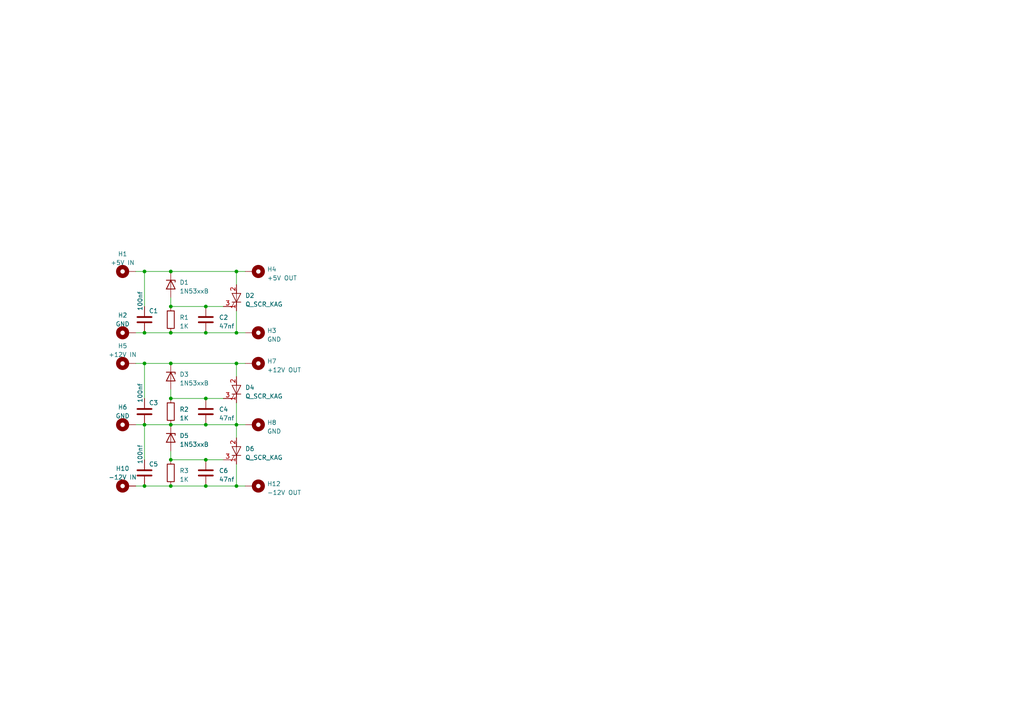
<source format=kicad_sch>
(kicad_sch (version 20230121) (generator eeschema)

  (uuid 1de3da11-a1e0-4227-9592-45d8154a4136)

  (paper "A4")

  (lib_symbols
    (symbol "Device:C" (pin_numbers hide) (pin_names (offset 0.254)) (in_bom yes) (on_board yes)
      (property "Reference" "C" (at 0.635 2.54 0)
        (effects (font (size 1.27 1.27)) (justify left))
      )
      (property "Value" "C" (at 0.635 -2.54 0)
        (effects (font (size 1.27 1.27)) (justify left))
      )
      (property "Footprint" "" (at 0.9652 -3.81 0)
        (effects (font (size 1.27 1.27)) hide)
      )
      (property "Datasheet" "~" (at 0 0 0)
        (effects (font (size 1.27 1.27)) hide)
      )
      (property "ki_keywords" "cap capacitor" (at 0 0 0)
        (effects (font (size 1.27 1.27)) hide)
      )
      (property "ki_description" "Unpolarized capacitor" (at 0 0 0)
        (effects (font (size 1.27 1.27)) hide)
      )
      (property "ki_fp_filters" "C_*" (at 0 0 0)
        (effects (font (size 1.27 1.27)) hide)
      )
      (symbol "C_0_1"
        (polyline
          (pts
            (xy -2.032 -0.762)
            (xy 2.032 -0.762)
          )
          (stroke (width 0.508) (type default))
          (fill (type none))
        )
        (polyline
          (pts
            (xy -2.032 0.762)
            (xy 2.032 0.762)
          )
          (stroke (width 0.508) (type default))
          (fill (type none))
        )
      )
      (symbol "C_1_1"
        (pin passive line (at 0 3.81 270) (length 2.794)
          (name "~" (effects (font (size 1.27 1.27))))
          (number "1" (effects (font (size 1.27 1.27))))
        )
        (pin passive line (at 0 -3.81 90) (length 2.794)
          (name "~" (effects (font (size 1.27 1.27))))
          (number "2" (effects (font (size 1.27 1.27))))
        )
      )
    )
    (symbol "Device:Q_SCR_KAG" (pin_names (offset 0) hide) (in_bom yes) (on_board yes)
      (property "Reference" "D" (at 1.905 0.635 0)
        (effects (font (size 1.27 1.27)) (justify left))
      )
      (property "Value" "Q_SCR_KAG" (at 1.905 -1.27 0)
        (effects (font (size 1.27 1.27)) (justify left))
      )
      (property "Footprint" "" (at 0 0 90)
        (effects (font (size 1.27 1.27)) hide)
      )
      (property "Datasheet" "~" (at 0 0 90)
        (effects (font (size 1.27 1.27)) hide)
      )
      (property "ki_keywords" "SCR thyristor" (at 0 0 0)
        (effects (font (size 1.27 1.27)) hide)
      )
      (property "ki_description" "Silicon controlled rectifier, cathode/anode/gate" (at 0 0 0)
        (effects (font (size 1.27 1.27)) hide)
      )
      (symbol "Q_SCR_KAG_0_1"
        (polyline
          (pts
            (xy -1.27 -2.54)
            (xy -0.635 -1.27)
          )
          (stroke (width 0) (type default))
          (fill (type none))
        )
        (polyline
          (pts
            (xy -1.27 -1.27)
            (xy 1.27 -1.27)
          )
          (stroke (width 0.2032) (type default))
          (fill (type none))
        )
        (polyline
          (pts
            (xy 0 -2.54)
            (xy 0 2.54)
          )
          (stroke (width 0) (type default))
          (fill (type none))
        )
        (polyline
          (pts
            (xy -1.27 1.27)
            (xy 1.27 1.27)
            (xy 0 -1.27)
            (xy -1.27 1.27)
          )
          (stroke (width 0.2032) (type default))
          (fill (type none))
        )
      )
      (symbol "Q_SCR_KAG_1_1"
        (pin passive line (at 0 -3.81 90) (length 2.54)
          (name "K" (effects (font (size 1.27 1.27))))
          (number "1" (effects (font (size 1.27 1.27))))
        )
        (pin passive line (at 0 3.81 270) (length 2.54)
          (name "A" (effects (font (size 1.27 1.27))))
          (number "2" (effects (font (size 1.27 1.27))))
        )
        (pin input line (at -3.81 -2.54 0) (length 2.54)
          (name "G" (effects (font (size 1.27 1.27))))
          (number "3" (effects (font (size 1.27 1.27))))
        )
      )
    )
    (symbol "Device:R" (pin_numbers hide) (pin_names (offset 0)) (in_bom yes) (on_board yes)
      (property "Reference" "R" (at 2.032 0 90)
        (effects (font (size 1.27 1.27)))
      )
      (property "Value" "R" (at 0 0 90)
        (effects (font (size 1.27 1.27)))
      )
      (property "Footprint" "" (at -1.778 0 90)
        (effects (font (size 1.27 1.27)) hide)
      )
      (property "Datasheet" "~" (at 0 0 0)
        (effects (font (size 1.27 1.27)) hide)
      )
      (property "ki_keywords" "R res resistor" (at 0 0 0)
        (effects (font (size 1.27 1.27)) hide)
      )
      (property "ki_description" "Resistor" (at 0 0 0)
        (effects (font (size 1.27 1.27)) hide)
      )
      (property "ki_fp_filters" "R_*" (at 0 0 0)
        (effects (font (size 1.27 1.27)) hide)
      )
      (symbol "R_0_1"
        (rectangle (start -1.016 -2.54) (end 1.016 2.54)
          (stroke (width 0.254) (type default))
          (fill (type none))
        )
      )
      (symbol "R_1_1"
        (pin passive line (at 0 3.81 270) (length 1.27)
          (name "~" (effects (font (size 1.27 1.27))))
          (number "1" (effects (font (size 1.27 1.27))))
        )
        (pin passive line (at 0 -3.81 90) (length 1.27)
          (name "~" (effects (font (size 1.27 1.27))))
          (number "2" (effects (font (size 1.27 1.27))))
        )
      )
    )
    (symbol "Diode:1N53xxB" (pin_numbers hide) (pin_names hide) (in_bom yes) (on_board yes)
      (property "Reference" "D" (at 0 2.54 0)
        (effects (font (size 1.27 1.27)))
      )
      (property "Value" "1N53xxB" (at 0 -2.54 0)
        (effects (font (size 1.27 1.27)))
      )
      (property "Footprint" "Diode_THT:D_DO-201_P15.24mm_Horizontal" (at 0 -4.445 0)
        (effects (font (size 1.27 1.27)) hide)
      )
      (property "Datasheet" "https://diotec.com/tl_files/diotec/files/pdf/datasheets/1n5345b.pdf" (at 0 0 0)
        (effects (font (size 1.27 1.27)) hide)
      )
      (property "ki_keywords" "zener diode" (at 0 0 0)
        (effects (font (size 1.27 1.27)) hide)
      )
      (property "ki_description" "5000mW Zener Diode, DO-201" (at 0 0 0)
        (effects (font (size 1.27 1.27)) hide)
      )
      (property "ki_fp_filters" "D*DO?201*" (at 0 0 0)
        (effects (font (size 1.27 1.27)) hide)
      )
      (symbol "1N53xxB_0_1"
        (polyline
          (pts
            (xy 1.27 0)
            (xy -1.27 0)
          )
          (stroke (width 0) (type default))
          (fill (type none))
        )
        (polyline
          (pts
            (xy -1.27 -1.27)
            (xy -1.27 1.27)
            (xy -0.762 1.27)
          )
          (stroke (width 0.254) (type default))
          (fill (type none))
        )
        (polyline
          (pts
            (xy 1.27 -1.27)
            (xy 1.27 1.27)
            (xy -1.27 0)
            (xy 1.27 -1.27)
          )
          (stroke (width 0.254) (type default))
          (fill (type none))
        )
      )
      (symbol "1N53xxB_1_1"
        (pin passive line (at -3.81 0 0) (length 2.54)
          (name "K" (effects (font (size 1.27 1.27))))
          (number "1" (effects (font (size 1.27 1.27))))
        )
        (pin passive line (at 3.81 0 180) (length 2.54)
          (name "A" (effects (font (size 1.27 1.27))))
          (number "2" (effects (font (size 1.27 1.27))))
        )
      )
    )
    (symbol "Mechanical:MountingHole_Pad" (pin_numbers hide) (pin_names (offset 1.016) hide) (in_bom yes) (on_board yes)
      (property "Reference" "H" (at 0 6.35 0)
        (effects (font (size 1.27 1.27)))
      )
      (property "Value" "MountingHole_Pad" (at 0 4.445 0)
        (effects (font (size 1.27 1.27)))
      )
      (property "Footprint" "" (at 0 0 0)
        (effects (font (size 1.27 1.27)) hide)
      )
      (property "Datasheet" "~" (at 0 0 0)
        (effects (font (size 1.27 1.27)) hide)
      )
      (property "ki_keywords" "mounting hole" (at 0 0 0)
        (effects (font (size 1.27 1.27)) hide)
      )
      (property "ki_description" "Mounting Hole with connection" (at 0 0 0)
        (effects (font (size 1.27 1.27)) hide)
      )
      (property "ki_fp_filters" "MountingHole*Pad*" (at 0 0 0)
        (effects (font (size 1.27 1.27)) hide)
      )
      (symbol "MountingHole_Pad_0_1"
        (circle (center 0 1.27) (radius 1.27)
          (stroke (width 1.27) (type default))
          (fill (type none))
        )
      )
      (symbol "MountingHole_Pad_1_1"
        (pin input line (at 0 -2.54 90) (length 2.54)
          (name "1" (effects (font (size 1.27 1.27))))
          (number "1" (effects (font (size 1.27 1.27))))
        )
      )
    )
  )

  (junction (at 49.53 123.19) (diameter 0) (color 0 0 0 0)
    (uuid 14a2fe16-ee79-46ac-8327-19eb03899a30)
  )
  (junction (at 59.69 140.97) (diameter 0) (color 0 0 0 0)
    (uuid 24e7dd04-386c-4be3-b331-602db9724a16)
  )
  (junction (at 59.69 123.19) (diameter 0) (color 0 0 0 0)
    (uuid 2f621769-49bd-4acd-a085-a7ebdafde5a3)
  )
  (junction (at 59.69 115.57) (diameter 0) (color 0 0 0 0)
    (uuid 352d07ff-334a-45cd-838b-d1ceaaca5115)
  )
  (junction (at 49.53 140.97) (diameter 0) (color 0 0 0 0)
    (uuid 42e53115-2fb7-4d58-8698-bcaa2c7bd393)
  )
  (junction (at 68.58 140.97) (diameter 0) (color 0 0 0 0)
    (uuid 54876622-0c5d-4a4c-ae2b-a9b75da41b73)
  )
  (junction (at 41.91 96.52) (diameter 0) (color 0 0 0 0)
    (uuid 5d9ab08f-f4af-4446-a8ad-ee2f88646373)
  )
  (junction (at 49.53 78.74) (diameter 0) (color 0 0 0 0)
    (uuid 64a53406-cdac-4ac0-8312-b40b746cadae)
  )
  (junction (at 41.91 105.41) (diameter 0) (color 0 0 0 0)
    (uuid 6857ac55-b8f1-4878-b2d7-c349865c113a)
  )
  (junction (at 49.53 133.35) (diameter 0) (color 0 0 0 0)
    (uuid 6934d1f3-8677-4f4e-8086-e5f5c30f5a12)
  )
  (junction (at 59.69 88.9) (diameter 0) (color 0 0 0 0)
    (uuid 7237054d-3257-4475-8eca-1ec0540ff3bf)
  )
  (junction (at 59.69 133.35) (diameter 0) (color 0 0 0 0)
    (uuid 7a9c1088-41f4-452d-9082-b5f2a371fcd8)
  )
  (junction (at 68.58 96.52) (diameter 0) (color 0 0 0 0)
    (uuid 81d2c5eb-777a-4c27-a29f-ca1f33357116)
  )
  (junction (at 41.91 78.74) (diameter 0) (color 0 0 0 0)
    (uuid 86ec94ca-34de-42ea-878b-7c04b58d6192)
  )
  (junction (at 49.53 105.41) (diameter 0) (color 0 0 0 0)
    (uuid 91a25209-f39f-4f8a-b58a-4438d9ff3049)
  )
  (junction (at 68.58 123.19) (diameter 0) (color 0 0 0 0)
    (uuid 9f03109c-c1d9-43c2-bd4d-cc0abc37b593)
  )
  (junction (at 49.53 115.57) (diameter 0) (color 0 0 0 0)
    (uuid b176b541-0ae4-403f-9726-75825bf0a72e)
  )
  (junction (at 59.69 96.52) (diameter 0) (color 0 0 0 0)
    (uuid b4f2f145-64b4-45cc-84c1-0b1ec110ffa5)
  )
  (junction (at 68.58 105.41) (diameter 0) (color 0 0 0 0)
    (uuid c18c5c16-b07f-4d2e-a564-29f2dec5af28)
  )
  (junction (at 41.91 140.97) (diameter 0) (color 0 0 0 0)
    (uuid c30a06d0-9362-43bc-8927-b36e07ca28ee)
  )
  (junction (at 68.58 78.74) (diameter 0) (color 0 0 0 0)
    (uuid d2426bbd-3c11-462e-b666-8fcd6c9c9cc2)
  )
  (junction (at 49.53 96.52) (diameter 0) (color 0 0 0 0)
    (uuid d4461230-569e-433d-8d8d-b0091ee00772)
  )
  (junction (at 41.91 123.19) (diameter 0) (color 0 0 0 0)
    (uuid e2dba6cb-64a4-49e0-8690-230cf4f1a999)
  )
  (junction (at 49.53 88.9) (diameter 0) (color 0 0 0 0)
    (uuid eb144dfe-112e-4847-9318-1a7064e7c1d7)
  )

  (wire (pts (xy 39.37 123.19) (xy 41.91 123.19))
    (stroke (width 0) (type default))
    (uuid 025a11b7-e93e-4b85-b8f7-ec2b80cfe1cf)
  )
  (wire (pts (xy 49.53 88.9) (xy 59.69 88.9))
    (stroke (width 0) (type default))
    (uuid 08aa4adb-22ca-4e4f-bb54-0624de7e6d9c)
  )
  (wire (pts (xy 49.53 133.35) (xy 59.69 133.35))
    (stroke (width 0) (type default))
    (uuid 0c22b545-2b3b-47c5-949b-457f2b8063d0)
  )
  (wire (pts (xy 59.69 115.57) (xy 64.77 115.57))
    (stroke (width 0) (type default))
    (uuid 0e7068d7-a20e-4dcc-be34-727b9f6bc417)
  )
  (wire (pts (xy 68.58 96.52) (xy 71.12 96.52))
    (stroke (width 0) (type default))
    (uuid 108889f1-738f-401d-9361-60440efceb19)
  )
  (wire (pts (xy 49.53 96.52) (xy 59.69 96.52))
    (stroke (width 0) (type default))
    (uuid 132aadee-5dca-4bf8-a704-78befd89c4e9)
  )
  (wire (pts (xy 68.58 96.52) (xy 59.69 96.52))
    (stroke (width 0) (type default))
    (uuid 1a292cf6-99e6-4688-9518-93bb311bfd22)
  )
  (wire (pts (xy 68.58 90.17) (xy 68.58 96.52))
    (stroke (width 0) (type default))
    (uuid 1b9bd1a1-d2ac-43d1-9cbf-5ca5bf3f496d)
  )
  (wire (pts (xy 39.37 96.52) (xy 41.91 96.52))
    (stroke (width 0) (type default))
    (uuid 1f285960-ed80-4c4b-ab30-d9e53bd0b9ae)
  )
  (wire (pts (xy 49.53 105.41) (xy 68.58 105.41))
    (stroke (width 0) (type default))
    (uuid 23b492db-3731-4ae6-863a-6c028e48ba8d)
  )
  (wire (pts (xy 68.58 123.19) (xy 59.69 123.19))
    (stroke (width 0) (type default))
    (uuid 248a78e9-843b-46ce-94c0-cfc3720f0d0d)
  )
  (wire (pts (xy 41.91 96.52) (xy 49.53 96.52))
    (stroke (width 0) (type default))
    (uuid 2b7e3d57-69f0-43e0-ad0f-6aabd02e2693)
  )
  (wire (pts (xy 49.53 123.19) (xy 59.69 123.19))
    (stroke (width 0) (type default))
    (uuid 344397bc-eada-4387-a9c7-969c590a6d24)
  )
  (wire (pts (xy 41.91 78.74) (xy 39.37 78.74))
    (stroke (width 0) (type default))
    (uuid 35ea93e5-b75d-42dc-9454-ac543f889532)
  )
  (wire (pts (xy 68.58 105.41) (xy 71.12 105.41))
    (stroke (width 0) (type default))
    (uuid 3c582638-b43f-44f3-8d5b-2fd48f1f16c0)
  )
  (wire (pts (xy 68.58 116.84) (xy 68.58 123.19))
    (stroke (width 0) (type default))
    (uuid 43ecb3fa-8430-4d1c-bdab-a224066ad1b6)
  )
  (wire (pts (xy 49.53 86.36) (xy 49.53 88.9))
    (stroke (width 0) (type default))
    (uuid 47c9f8ee-3c16-48ad-a2f5-f902b6858f8d)
  )
  (wire (pts (xy 41.91 123.19) (xy 49.53 123.19))
    (stroke (width 0) (type default))
    (uuid 4f103a24-7b93-4adf-b1a4-4e6d6412ca2c)
  )
  (wire (pts (xy 41.91 78.74) (xy 49.53 78.74))
    (stroke (width 0) (type default))
    (uuid 5f79cbb0-306b-4407-ab36-8e3e3ab4bea7)
  )
  (wire (pts (xy 41.91 140.97) (xy 49.53 140.97))
    (stroke (width 0) (type default))
    (uuid 6a307996-f89b-4aee-9437-f451ac5d122d)
  )
  (wire (pts (xy 68.58 134.62) (xy 68.58 140.97))
    (stroke (width 0) (type default))
    (uuid 705b1e46-8ae3-4f0c-81ee-4e1a7963d25e)
  )
  (wire (pts (xy 68.58 78.74) (xy 71.12 78.74))
    (stroke (width 0) (type default))
    (uuid 725a79f0-1af6-4f72-a00a-4f060c481eed)
  )
  (wire (pts (xy 59.69 88.9) (xy 64.77 88.9))
    (stroke (width 0) (type default))
    (uuid 78f9f8a8-bcb7-4593-a79f-50797ed35179)
  )
  (wire (pts (xy 49.53 140.97) (xy 59.69 140.97))
    (stroke (width 0) (type default))
    (uuid 79242a89-ab48-4282-ab01-80591824156a)
  )
  (wire (pts (xy 41.91 123.19) (xy 41.91 133.35))
    (stroke (width 0) (type default))
    (uuid 8a1390ae-e673-4304-a37f-83b195e741ac)
  )
  (wire (pts (xy 49.53 78.74) (xy 68.58 78.74))
    (stroke (width 0) (type default))
    (uuid 91daa0e4-0393-4b56-9666-2990e192eda3)
  )
  (wire (pts (xy 68.58 127) (xy 68.58 123.19))
    (stroke (width 0) (type default))
    (uuid 944193b7-6c6d-469f-ba8c-dc828e64a790)
  )
  (wire (pts (xy 68.58 123.19) (xy 71.12 123.19))
    (stroke (width 0) (type default))
    (uuid 9f5f2e7e-a313-4091-ae44-8e63dccaf2f5)
  )
  (wire (pts (xy 41.91 78.74) (xy 41.91 88.9))
    (stroke (width 0) (type default))
    (uuid a76accb1-fe0c-486c-82f8-e606ae1f8e0e)
  )
  (wire (pts (xy 49.53 115.57) (xy 59.69 115.57))
    (stroke (width 0) (type default))
    (uuid babce328-4d2c-43b8-bec0-7ca7b1436c87)
  )
  (wire (pts (xy 39.37 140.97) (xy 41.91 140.97))
    (stroke (width 0) (type default))
    (uuid bd5eac64-f272-4551-9abe-b2772f2eb753)
  )
  (wire (pts (xy 41.91 105.41) (xy 49.53 105.41))
    (stroke (width 0) (type default))
    (uuid c04709da-6a77-4e30-82a0-2aecb5e152ff)
  )
  (wire (pts (xy 41.91 105.41) (xy 41.91 115.57))
    (stroke (width 0) (type default))
    (uuid c3a7c923-f2ee-4299-8b3d-3f521e076740)
  )
  (wire (pts (xy 68.58 109.22) (xy 68.58 105.41))
    (stroke (width 0) (type default))
    (uuid c611a84a-8ea3-4572-b118-2f5b02a930c5)
  )
  (wire (pts (xy 68.58 140.97) (xy 59.69 140.97))
    (stroke (width 0) (type default))
    (uuid ca681f23-6bc3-4705-84a0-56e9aec07310)
  )
  (wire (pts (xy 49.53 113.03) (xy 49.53 115.57))
    (stroke (width 0) (type default))
    (uuid d5294dae-2e95-410b-ad3a-ffcfb22fb4a9)
  )
  (wire (pts (xy 49.53 130.81) (xy 49.53 133.35))
    (stroke (width 0) (type default))
    (uuid d9d8d2d5-3a45-49e5-b27d-803d48c88e8c)
  )
  (wire (pts (xy 68.58 82.55) (xy 68.58 78.74))
    (stroke (width 0) (type default))
    (uuid dba8cde7-f0a6-4a7b-be8b-f7d438c07b11)
  )
  (wire (pts (xy 59.69 133.35) (xy 64.77 133.35))
    (stroke (width 0) (type default))
    (uuid e9055b28-a705-483c-88cd-4c213aed52f6)
  )
  (wire (pts (xy 41.91 105.41) (xy 39.37 105.41))
    (stroke (width 0) (type default))
    (uuid f7584033-19e2-40fa-be72-f511246ecf3c)
  )
  (wire (pts (xy 68.58 140.97) (xy 71.12 140.97))
    (stroke (width 0) (type default))
    (uuid f84e9f40-d5b8-48b1-9cae-121cde9975f6)
  )

  (symbol (lib_id "Mechanical:MountingHole_Pad") (at 36.83 123.19 90) (unit 1)
    (in_bom yes) (on_board yes) (dnp no) (fields_autoplaced)
    (uuid 03756d49-4d05-45f5-a4d4-594c1aebdcd0)
    (property "Reference" "H6" (at 35.56 118.11 90)
      (effects (font (size 1.27 1.27)))
    )
    (property "Value" "GND" (at 35.56 120.65 90)
      (effects (font (size 1.27 1.27)))
    )
    (property "Footprint" "Connector_PinHeader_2.54mm:PinHeader_1x01_P2.54mm_Vertical" (at 36.83 123.19 0)
      (effects (font (size 1.27 1.27)) hide)
    )
    (property "Datasheet" "~" (at 36.83 123.19 0)
      (effects (font (size 1.27 1.27)) hide)
    )
    (pin "1" (uuid 89208e55-9bb0-424d-9cca-9707acca9b13))
    (instances
      (project "Crowbar"
        (path "/1de3da11-a1e0-4227-9592-45d8154a4136"
          (reference "H6") (unit 1)
        )
      )
    )
  )

  (symbol (lib_id "Diode:1N53xxB") (at 49.53 127 270) (unit 1)
    (in_bom yes) (on_board yes) (dnp no) (fields_autoplaced)
    (uuid 0aafcfe6-fd83-44a6-b244-a11e7b719b7f)
    (property "Reference" "D5" (at 52.07 126.365 90)
      (effects (font (size 1.27 1.27)) (justify left))
    )
    (property "Value" "1N53xxB" (at 52.07 128.905 90)
      (effects (font (size 1.27 1.27)) (justify left))
    )
    (property "Footprint" "Diode_THT:D_DO-201_P15.24mm_Horizontal" (at 45.085 127 0)
      (effects (font (size 1.27 1.27)) hide)
    )
    (property "Datasheet" "https://diotec.com/tl_files/diotec/files/pdf/datasheets/1n5345b.pdf" (at 49.53 127 0)
      (effects (font (size 1.27 1.27)) hide)
    )
    (pin "1" (uuid c35d97cb-4a1e-4999-b070-01409a7e297e))
    (pin "2" (uuid bbf49a7e-4b29-4909-8774-e0d25b6e2c47))
    (instances
      (project "Crowbar"
        (path "/1de3da11-a1e0-4227-9592-45d8154a4136"
          (reference "D5") (unit 1)
        )
      )
    )
  )

  (symbol (lib_id "Device:Q_SCR_KAG") (at 68.58 130.81 0) (unit 1)
    (in_bom yes) (on_board yes) (dnp no) (fields_autoplaced)
    (uuid 1903a556-aed9-4599-9388-bed113c5015c)
    (property "Reference" "D6" (at 71.12 130.175 0)
      (effects (font (size 1.27 1.27)) (justify left))
    )
    (property "Value" "Q_SCR_KAG" (at 71.12 132.715 0)
      (effects (font (size 1.27 1.27)) (justify left))
    )
    (property "Footprint" "Package_TO_SOT_THT:TO-220-3_Horizontal_TabDown" (at 68.58 130.81 90)
      (effects (font (size 1.27 1.27)) hide)
    )
    (property "Datasheet" "~" (at 68.58 130.81 90)
      (effects (font (size 1.27 1.27)) hide)
    )
    (pin "1" (uuid 8eba720b-7448-4caf-9857-c552f17213cc))
    (pin "2" (uuid fff5566c-d4e8-43ec-a939-1589f92a64e9))
    (pin "3" (uuid de430f6f-1377-4c64-abf7-20008d1e4b65))
    (instances
      (project "Crowbar"
        (path "/1de3da11-a1e0-4227-9592-45d8154a4136"
          (reference "D6") (unit 1)
        )
      )
    )
  )

  (symbol (lib_id "Mechanical:MountingHole_Pad") (at 73.66 140.97 270) (unit 1)
    (in_bom yes) (on_board yes) (dnp no) (fields_autoplaced)
    (uuid 222f49e9-9003-4229-b409-359a5aa60682)
    (property "Reference" "H12" (at 77.47 140.335 90)
      (effects (font (size 1.27 1.27)) (justify left))
    )
    (property "Value" "-12V OUT" (at 77.47 142.875 90)
      (effects (font (size 1.27 1.27)) (justify left))
    )
    (property "Footprint" "Connector_PinHeader_2.54mm:PinHeader_1x01_P2.54mm_Vertical" (at 73.66 140.97 0)
      (effects (font (size 1.27 1.27)) hide)
    )
    (property "Datasheet" "~" (at 73.66 140.97 0)
      (effects (font (size 1.27 1.27)) hide)
    )
    (pin "1" (uuid e417c7c2-909e-4a40-8c11-584a9ba2e955))
    (instances
      (project "Crowbar"
        (path "/1de3da11-a1e0-4227-9592-45d8154a4136"
          (reference "H12") (unit 1)
        )
      )
    )
  )

  (symbol (lib_id "Device:C") (at 41.91 92.71 0) (unit 1)
    (in_bom yes) (on_board yes) (dnp no)
    (uuid 27877743-5a69-420c-a77b-c2c3496a051e)
    (property "Reference" "C1" (at 43.18 90.17 0)
      (effects (font (size 1.27 1.27)) (justify left))
    )
    (property "Value" "100nf" (at 40.64 90.17 90)
      (effects (font (size 1.27 1.27)) (justify left))
    )
    (property "Footprint" "Capacitor_THT:C_Axial_L5.1mm_D3.1mm_P7.50mm_Horizontal" (at 42.8752 96.52 0)
      (effects (font (size 1.27 1.27)) hide)
    )
    (property "Datasheet" "~" (at 41.91 92.71 0)
      (effects (font (size 1.27 1.27)) hide)
    )
    (pin "1" (uuid 57c0e091-f776-4f33-b45b-91480aece0b8))
    (pin "2" (uuid 43a8a48d-c1d2-4651-a7b9-db43e90a7fb6))
    (instances
      (project "Crowbar"
        (path "/1de3da11-a1e0-4227-9592-45d8154a4136"
          (reference "C1") (unit 1)
        )
      )
    )
  )

  (symbol (lib_id "Device:R") (at 49.53 92.71 0) (unit 1)
    (in_bom yes) (on_board yes) (dnp no) (fields_autoplaced)
    (uuid 40cb9485-7cda-46d6-9c79-f27eb56a2e21)
    (property "Reference" "R1" (at 52.07 92.075 0)
      (effects (font (size 1.27 1.27)) (justify left))
    )
    (property "Value" "1K" (at 52.07 94.615 0)
      (effects (font (size 1.27 1.27)) (justify left))
    )
    (property "Footprint" "Resistor_THT:R_Axial_DIN0207_L6.3mm_D2.5mm_P5.08mm_Vertical" (at 47.752 92.71 90)
      (effects (font (size 1.27 1.27)) hide)
    )
    (property "Datasheet" "~" (at 49.53 92.71 0)
      (effects (font (size 1.27 1.27)) hide)
    )
    (pin "1" (uuid 32259ab7-3871-48c5-8c6f-364565207c41))
    (pin "2" (uuid 8b87a370-ed32-4618-be4f-f118484a0e2c))
    (instances
      (project "Crowbar"
        (path "/1de3da11-a1e0-4227-9592-45d8154a4136"
          (reference "R1") (unit 1)
        )
      )
    )
  )

  (symbol (lib_id "Device:C") (at 59.69 119.38 0) (unit 1)
    (in_bom yes) (on_board yes) (dnp no) (fields_autoplaced)
    (uuid 51b67e4f-5f50-4165-bbc1-0e9a21fd126a)
    (property "Reference" "C4" (at 63.5 118.745 0)
      (effects (font (size 1.27 1.27)) (justify left))
    )
    (property "Value" "47nf" (at 63.5 121.285 0)
      (effects (font (size 1.27 1.27)) (justify left))
    )
    (property "Footprint" "Capacitor_THT:C_Axial_L3.8mm_D2.6mm_P7.50mm_Horizontal" (at 60.6552 123.19 0)
      (effects (font (size 1.27 1.27)) hide)
    )
    (property "Datasheet" "~" (at 59.69 119.38 0)
      (effects (font (size 1.27 1.27)) hide)
    )
    (pin "1" (uuid 1cf643a2-c026-4fc6-a281-b1439e365ba7))
    (pin "2" (uuid 7601318b-966d-4698-8a09-d04d8a7ce114))
    (instances
      (project "Crowbar"
        (path "/1de3da11-a1e0-4227-9592-45d8154a4136"
          (reference "C4") (unit 1)
        )
      )
    )
  )

  (symbol (lib_id "Mechanical:MountingHole_Pad") (at 36.83 105.41 90) (unit 1)
    (in_bom yes) (on_board yes) (dnp no) (fields_autoplaced)
    (uuid 53cc6968-9b03-4ac6-bab6-c20521922fbb)
    (property "Reference" "H5" (at 35.56 100.33 90)
      (effects (font (size 1.27 1.27)))
    )
    (property "Value" "+12V IN" (at 35.56 102.87 90)
      (effects (font (size 1.27 1.27)))
    )
    (property "Footprint" "Connector_PinHeader_2.54mm:PinHeader_1x01_P2.54mm_Vertical" (at 36.83 105.41 0)
      (effects (font (size 1.27 1.27)) hide)
    )
    (property "Datasheet" "~" (at 36.83 105.41 0)
      (effects (font (size 1.27 1.27)) hide)
    )
    (pin "1" (uuid a3a044e4-d7f4-4592-9242-7e652b941bb0))
    (instances
      (project "Crowbar"
        (path "/1de3da11-a1e0-4227-9592-45d8154a4136"
          (reference "H5") (unit 1)
        )
      )
    )
  )

  (symbol (lib_id "Device:Q_SCR_KAG") (at 68.58 86.36 0) (unit 1)
    (in_bom yes) (on_board yes) (dnp no) (fields_autoplaced)
    (uuid 5a23c2e9-869a-4e72-9da9-177688e16ba5)
    (property "Reference" "D2" (at 71.12 85.725 0)
      (effects (font (size 1.27 1.27)) (justify left))
    )
    (property "Value" "Q_SCR_KAG" (at 71.12 88.265 0)
      (effects (font (size 1.27 1.27)) (justify left))
    )
    (property "Footprint" "Package_TO_SOT_THT:TO-220-3_Horizontal_TabDown" (at 68.58 86.36 90)
      (effects (font (size 1.27 1.27)) hide)
    )
    (property "Datasheet" "~" (at 68.58 86.36 90)
      (effects (font (size 1.27 1.27)) hide)
    )
    (pin "1" (uuid bcdf0fc2-68fa-48f8-8cbc-2ea0412dd66d))
    (pin "2" (uuid b2b6cd1c-90cf-44dd-9ae7-f1c79d087b90))
    (pin "3" (uuid b37e9340-ac6f-4e3c-bdd9-79c513993ce8))
    (instances
      (project "Crowbar"
        (path "/1de3da11-a1e0-4227-9592-45d8154a4136"
          (reference "D2") (unit 1)
        )
      )
    )
  )

  (symbol (lib_id "Mechanical:MountingHole_Pad") (at 73.66 96.52 270) (unit 1)
    (in_bom yes) (on_board yes) (dnp no) (fields_autoplaced)
    (uuid 5f2ca398-956a-45dd-b1b2-8f6b97df28a6)
    (property "Reference" "H3" (at 77.47 95.885 90)
      (effects (font (size 1.27 1.27)) (justify left))
    )
    (property "Value" "GND" (at 77.47 98.425 90)
      (effects (font (size 1.27 1.27)) (justify left))
    )
    (property "Footprint" "Connector_PinHeader_2.54mm:PinHeader_1x01_P2.54mm_Vertical" (at 73.66 96.52 0)
      (effects (font (size 1.27 1.27)) hide)
    )
    (property "Datasheet" "~" (at 73.66 96.52 0)
      (effects (font (size 1.27 1.27)) hide)
    )
    (pin "1" (uuid c3e8f67e-65ef-4be0-a6ed-ff470220037c))
    (instances
      (project "Crowbar"
        (path "/1de3da11-a1e0-4227-9592-45d8154a4136"
          (reference "H3") (unit 1)
        )
      )
    )
  )

  (symbol (lib_id "Mechanical:MountingHole_Pad") (at 73.66 78.74 270) (unit 1)
    (in_bom yes) (on_board yes) (dnp no) (fields_autoplaced)
    (uuid 5fb16ca5-8980-41b0-b11c-7d3449526e58)
    (property "Reference" "H4" (at 77.47 78.105 90)
      (effects (font (size 1.27 1.27)) (justify left))
    )
    (property "Value" "+5V OUT" (at 77.47 80.645 90)
      (effects (font (size 1.27 1.27)) (justify left))
    )
    (property "Footprint" "Connector_PinHeader_2.54mm:PinHeader_1x01_P2.54mm_Vertical" (at 73.66 78.74 0)
      (effects (font (size 1.27 1.27)) hide)
    )
    (property "Datasheet" "~" (at 73.66 78.74 0)
      (effects (font (size 1.27 1.27)) hide)
    )
    (pin "1" (uuid 22985904-434c-4af3-9509-7f2d8b95896c))
    (instances
      (project "Crowbar"
        (path "/1de3da11-a1e0-4227-9592-45d8154a4136"
          (reference "H4") (unit 1)
        )
      )
    )
  )

  (symbol (lib_id "Diode:1N53xxB") (at 49.53 109.22 270) (unit 1)
    (in_bom yes) (on_board yes) (dnp no) (fields_autoplaced)
    (uuid 64498e7c-446c-4b41-9ed3-139c578273cf)
    (property "Reference" "D3" (at 52.07 108.585 90)
      (effects (font (size 1.27 1.27)) (justify left))
    )
    (property "Value" "1N53xxB" (at 52.07 111.125 90)
      (effects (font (size 1.27 1.27)) (justify left))
    )
    (property "Footprint" "Diode_THT:D_DO-201_P15.24mm_Horizontal" (at 45.085 109.22 0)
      (effects (font (size 1.27 1.27)) hide)
    )
    (property "Datasheet" "https://diotec.com/tl_files/diotec/files/pdf/datasheets/1n5345b.pdf" (at 49.53 109.22 0)
      (effects (font (size 1.27 1.27)) hide)
    )
    (pin "1" (uuid 639619db-eddd-4e28-a3d8-fa37203510b7))
    (pin "2" (uuid 21a39cfb-155b-4d46-9c74-d1973e67c08f))
    (instances
      (project "Crowbar"
        (path "/1de3da11-a1e0-4227-9592-45d8154a4136"
          (reference "D3") (unit 1)
        )
      )
    )
  )

  (symbol (lib_id "Mechanical:MountingHole_Pad") (at 36.83 78.74 90) (unit 1)
    (in_bom yes) (on_board yes) (dnp no) (fields_autoplaced)
    (uuid 719b8f69-8f10-4188-8ca4-63cdd01a075f)
    (property "Reference" "H1" (at 35.56 73.66 90)
      (effects (font (size 1.27 1.27)))
    )
    (property "Value" "+5V IN" (at 35.56 76.2 90)
      (effects (font (size 1.27 1.27)))
    )
    (property "Footprint" "Connector_PinHeader_2.54mm:PinHeader_1x01_P2.54mm_Vertical" (at 36.83 78.74 0)
      (effects (font (size 1.27 1.27)) hide)
    )
    (property "Datasheet" "~" (at 36.83 78.74 0)
      (effects (font (size 1.27 1.27)) hide)
    )
    (pin "1" (uuid b2e2573e-bb78-482b-a42f-9d2abdd7fe91))
    (instances
      (project "Crowbar"
        (path "/1de3da11-a1e0-4227-9592-45d8154a4136"
          (reference "H1") (unit 1)
        )
      )
    )
  )

  (symbol (lib_id "Device:Q_SCR_KAG") (at 68.58 113.03 0) (unit 1)
    (in_bom yes) (on_board yes) (dnp no) (fields_autoplaced)
    (uuid 76b53184-b4fa-41cd-9a5b-92f12d0d53e7)
    (property "Reference" "D4" (at 71.12 112.395 0)
      (effects (font (size 1.27 1.27)) (justify left))
    )
    (property "Value" "Q_SCR_KAG" (at 71.12 114.935 0)
      (effects (font (size 1.27 1.27)) (justify left))
    )
    (property "Footprint" "Package_TO_SOT_THT:TO-220-3_Horizontal_TabDown" (at 68.58 113.03 90)
      (effects (font (size 1.27 1.27)) hide)
    )
    (property "Datasheet" "~" (at 68.58 113.03 90)
      (effects (font (size 1.27 1.27)) hide)
    )
    (pin "1" (uuid 57c8d622-c677-457b-8687-0c67408f741f))
    (pin "2" (uuid 524c5931-6413-428b-b1dc-ab5a1070bc3f))
    (pin "3" (uuid 5fac805a-186a-4f0e-ba9d-f22638f44aa2))
    (instances
      (project "Crowbar"
        (path "/1de3da11-a1e0-4227-9592-45d8154a4136"
          (reference "D4") (unit 1)
        )
      )
    )
  )

  (symbol (lib_id "Device:R") (at 49.53 137.16 0) (unit 1)
    (in_bom yes) (on_board yes) (dnp no) (fields_autoplaced)
    (uuid 7a5a2c61-8b7f-4352-a85b-e971a65b860c)
    (property "Reference" "R3" (at 52.07 136.525 0)
      (effects (font (size 1.27 1.27)) (justify left))
    )
    (property "Value" "1K" (at 52.07 139.065 0)
      (effects (font (size 1.27 1.27)) (justify left))
    )
    (property "Footprint" "Resistor_THT:R_Axial_DIN0207_L6.3mm_D2.5mm_P5.08mm_Vertical" (at 47.752 137.16 90)
      (effects (font (size 1.27 1.27)) hide)
    )
    (property "Datasheet" "~" (at 49.53 137.16 0)
      (effects (font (size 1.27 1.27)) hide)
    )
    (pin "1" (uuid 1680632c-6967-4ac3-9d1d-e8e3d0eb6cd3))
    (pin "2" (uuid 45ce432d-e1e5-42a8-8897-196f75f0dd65))
    (instances
      (project "Crowbar"
        (path "/1de3da11-a1e0-4227-9592-45d8154a4136"
          (reference "R3") (unit 1)
        )
      )
    )
  )

  (symbol (lib_id "Device:C") (at 41.91 119.38 0) (unit 1)
    (in_bom yes) (on_board yes) (dnp no)
    (uuid 7bf7d157-408f-4056-a69d-6fc001c8a2b6)
    (property "Reference" "C3" (at 43.18 116.84 0)
      (effects (font (size 1.27 1.27)) (justify left))
    )
    (property "Value" "100nf" (at 40.64 116.84 90)
      (effects (font (size 1.27 1.27)) (justify left))
    )
    (property "Footprint" "Capacitor_THT:C_Axial_L5.1mm_D3.1mm_P7.50mm_Horizontal" (at 42.8752 123.19 0)
      (effects (font (size 1.27 1.27)) hide)
    )
    (property "Datasheet" "~" (at 41.91 119.38 0)
      (effects (font (size 1.27 1.27)) hide)
    )
    (pin "1" (uuid ecb701f4-59da-422a-b845-0556b1e4df8a))
    (pin "2" (uuid 4bf37356-0e6c-4e6b-a1da-e5ceae3816e5))
    (instances
      (project "Crowbar"
        (path "/1de3da11-a1e0-4227-9592-45d8154a4136"
          (reference "C3") (unit 1)
        )
      )
    )
  )

  (symbol (lib_id "Mechanical:MountingHole_Pad") (at 73.66 105.41 270) (unit 1)
    (in_bom yes) (on_board yes) (dnp no) (fields_autoplaced)
    (uuid 84eaf0fd-375b-40e3-a64b-4230b8629c5f)
    (property "Reference" "H7" (at 77.47 104.775 90)
      (effects (font (size 1.27 1.27)) (justify left))
    )
    (property "Value" "+12V OUT" (at 77.47 107.315 90)
      (effects (font (size 1.27 1.27)) (justify left))
    )
    (property "Footprint" "Connector_PinHeader_2.54mm:PinHeader_1x01_P2.54mm_Vertical" (at 73.66 105.41 0)
      (effects (font (size 1.27 1.27)) hide)
    )
    (property "Datasheet" "~" (at 73.66 105.41 0)
      (effects (font (size 1.27 1.27)) hide)
    )
    (pin "1" (uuid 8f3e5847-a257-4236-b9ef-bcfded7af730))
    (instances
      (project "Crowbar"
        (path "/1de3da11-a1e0-4227-9592-45d8154a4136"
          (reference "H7") (unit 1)
        )
      )
    )
  )

  (symbol (lib_id "Device:C") (at 59.69 137.16 0) (unit 1)
    (in_bom yes) (on_board yes) (dnp no) (fields_autoplaced)
    (uuid 87a3af59-993b-45a9-9b7e-b7250391ce3a)
    (property "Reference" "C6" (at 63.5 136.525 0)
      (effects (font (size 1.27 1.27)) (justify left))
    )
    (property "Value" "47nf" (at 63.5 139.065 0)
      (effects (font (size 1.27 1.27)) (justify left))
    )
    (property "Footprint" "Capacitor_THT:C_Axial_L3.8mm_D2.6mm_P7.50mm_Horizontal" (at 60.6552 140.97 0)
      (effects (font (size 1.27 1.27)) hide)
    )
    (property "Datasheet" "~" (at 59.69 137.16 0)
      (effects (font (size 1.27 1.27)) hide)
    )
    (pin "1" (uuid c6c66911-e542-40c1-aaeb-a2c38c964a96))
    (pin "2" (uuid 5331eb9b-012c-489c-b901-9c7cffbd742f))
    (instances
      (project "Crowbar"
        (path "/1de3da11-a1e0-4227-9592-45d8154a4136"
          (reference "C6") (unit 1)
        )
      )
    )
  )

  (symbol (lib_id "Device:C") (at 41.91 137.16 0) (unit 1)
    (in_bom yes) (on_board yes) (dnp no)
    (uuid 92a2bb6a-15f8-41a3-b642-d248b7cb1ae4)
    (property "Reference" "C5" (at 43.18 134.62 0)
      (effects (font (size 1.27 1.27)) (justify left))
    )
    (property "Value" "100nf" (at 40.64 134.62 90)
      (effects (font (size 1.27 1.27)) (justify left))
    )
    (property "Footprint" "Capacitor_THT:C_Axial_L5.1mm_D3.1mm_P7.50mm_Horizontal" (at 42.8752 140.97 0)
      (effects (font (size 1.27 1.27)) hide)
    )
    (property "Datasheet" "~" (at 41.91 137.16 0)
      (effects (font (size 1.27 1.27)) hide)
    )
    (pin "1" (uuid b2e40026-3ab3-408d-b851-abf3e35b4a58))
    (pin "2" (uuid 7f62b672-260e-48ca-92c1-bed8891f1119))
    (instances
      (project "Crowbar"
        (path "/1de3da11-a1e0-4227-9592-45d8154a4136"
          (reference "C5") (unit 1)
        )
      )
    )
  )

  (symbol (lib_id "Mechanical:MountingHole_Pad") (at 36.83 96.52 90) (unit 1)
    (in_bom yes) (on_board yes) (dnp no) (fields_autoplaced)
    (uuid 96d2c632-e4ad-418a-9266-7d537d09dc8b)
    (property "Reference" "H2" (at 35.56 91.44 90)
      (effects (font (size 1.27 1.27)))
    )
    (property "Value" "GND" (at 35.56 93.98 90)
      (effects (font (size 1.27 1.27)))
    )
    (property "Footprint" "Connector_PinHeader_2.54mm:PinHeader_1x01_P2.54mm_Vertical" (at 36.83 96.52 0)
      (effects (font (size 1.27 1.27)) hide)
    )
    (property "Datasheet" "~" (at 36.83 96.52 0)
      (effects (font (size 1.27 1.27)) hide)
    )
    (pin "1" (uuid 4f7a912d-eff5-4774-b878-cf2a44a07b27))
    (instances
      (project "Crowbar"
        (path "/1de3da11-a1e0-4227-9592-45d8154a4136"
          (reference "H2") (unit 1)
        )
      )
    )
  )

  (symbol (lib_id "Mechanical:MountingHole_Pad") (at 73.66 123.19 270) (unit 1)
    (in_bom yes) (on_board yes) (dnp no) (fields_autoplaced)
    (uuid 9ea95b60-6e7d-4454-a725-fb7d57567c0d)
    (property "Reference" "H8" (at 77.47 122.555 90)
      (effects (font (size 1.27 1.27)) (justify left))
    )
    (property "Value" "GND" (at 77.47 125.095 90)
      (effects (font (size 1.27 1.27)) (justify left))
    )
    (property "Footprint" "Connector_PinHeader_2.54mm:PinHeader_1x01_P2.54mm_Vertical" (at 73.66 123.19 0)
      (effects (font (size 1.27 1.27)) hide)
    )
    (property "Datasheet" "~" (at 73.66 123.19 0)
      (effects (font (size 1.27 1.27)) hide)
    )
    (pin "1" (uuid 0ecef759-084a-489a-bbbd-baea9a28c810))
    (instances
      (project "Crowbar"
        (path "/1de3da11-a1e0-4227-9592-45d8154a4136"
          (reference "H8") (unit 1)
        )
      )
    )
  )

  (symbol (lib_id "Device:C") (at 59.69 92.71 0) (unit 1)
    (in_bom yes) (on_board yes) (dnp no) (fields_autoplaced)
    (uuid b1b69dc8-e90a-4f8a-827a-48ef49f653bc)
    (property "Reference" "C2" (at 63.5 92.075 0)
      (effects (font (size 1.27 1.27)) (justify left))
    )
    (property "Value" "47nf" (at 63.5 94.615 0)
      (effects (font (size 1.27 1.27)) (justify left))
    )
    (property "Footprint" "Capacitor_THT:C_Axial_L3.8mm_D2.6mm_P7.50mm_Horizontal" (at 60.6552 96.52 0)
      (effects (font (size 1.27 1.27)) hide)
    )
    (property "Datasheet" "~" (at 59.69 92.71 0)
      (effects (font (size 1.27 1.27)) hide)
    )
    (pin "1" (uuid fc27ce75-e150-4ce5-b339-39eff7ad555a))
    (pin "2" (uuid 770dbc18-83c5-41e6-a631-81abd85b8366))
    (instances
      (project "Crowbar"
        (path "/1de3da11-a1e0-4227-9592-45d8154a4136"
          (reference "C2") (unit 1)
        )
      )
    )
  )

  (symbol (lib_id "Mechanical:MountingHole_Pad") (at 36.83 140.97 90) (unit 1)
    (in_bom yes) (on_board yes) (dnp no) (fields_autoplaced)
    (uuid ccea667f-8a3d-4e38-b320-6fd1946f6f5f)
    (property "Reference" "H10" (at 35.56 135.89 90)
      (effects (font (size 1.27 1.27)))
    )
    (property "Value" "-12V IN" (at 35.56 138.43 90)
      (effects (font (size 1.27 1.27)))
    )
    (property "Footprint" "Connector_PinHeader_2.54mm:PinHeader_1x01_P2.54mm_Vertical" (at 36.83 140.97 0)
      (effects (font (size 1.27 1.27)) hide)
    )
    (property "Datasheet" "~" (at 36.83 140.97 0)
      (effects (font (size 1.27 1.27)) hide)
    )
    (pin "1" (uuid 3191090c-4f5e-4af9-8e19-99d8dad9c379))
    (instances
      (project "Crowbar"
        (path "/1de3da11-a1e0-4227-9592-45d8154a4136"
          (reference "H10") (unit 1)
        )
      )
    )
  )

  (symbol (lib_id "Device:R") (at 49.53 119.38 0) (unit 1)
    (in_bom yes) (on_board yes) (dnp no) (fields_autoplaced)
    (uuid e92842cc-f5a6-4b12-b339-e510f6cdea9c)
    (property "Reference" "R2" (at 52.07 118.745 0)
      (effects (font (size 1.27 1.27)) (justify left))
    )
    (property "Value" "1K" (at 52.07 121.285 0)
      (effects (font (size 1.27 1.27)) (justify left))
    )
    (property "Footprint" "Resistor_THT:R_Axial_DIN0207_L6.3mm_D2.5mm_P5.08mm_Vertical" (at 47.752 119.38 90)
      (effects (font (size 1.27 1.27)) hide)
    )
    (property "Datasheet" "~" (at 49.53 119.38 0)
      (effects (font (size 1.27 1.27)) hide)
    )
    (pin "1" (uuid 4007e742-889f-4ce6-b8b0-e317779bdc42))
    (pin "2" (uuid 8bc9b94b-3b75-42ee-a8a3-ecfc2dbf51c8))
    (instances
      (project "Crowbar"
        (path "/1de3da11-a1e0-4227-9592-45d8154a4136"
          (reference "R2") (unit 1)
        )
      )
    )
  )

  (symbol (lib_id "Diode:1N53xxB") (at 49.53 82.55 270) (unit 1)
    (in_bom yes) (on_board yes) (dnp no) (fields_autoplaced)
    (uuid ed24e3ae-2394-4bd5-9c40-766fb91e5673)
    (property "Reference" "D1" (at 52.07 81.915 90)
      (effects (font (size 1.27 1.27)) (justify left))
    )
    (property "Value" "1N53xxB" (at 52.07 84.455 90)
      (effects (font (size 1.27 1.27)) (justify left))
    )
    (property "Footprint" "Diode_THT:D_DO-201_P15.24mm_Horizontal" (at 45.085 82.55 0)
      (effects (font (size 1.27 1.27)) hide)
    )
    (property "Datasheet" "https://diotec.com/tl_files/diotec/files/pdf/datasheets/1n5345b.pdf" (at 49.53 82.55 0)
      (effects (font (size 1.27 1.27)) hide)
    )
    (pin "1" (uuid a6709fe5-55d9-4cc2-8f3b-d1e71cdc371a))
    (pin "2" (uuid 398775b9-1706-460f-ae52-393dc93dcbf9))
    (instances
      (project "Crowbar"
        (path "/1de3da11-a1e0-4227-9592-45d8154a4136"
          (reference "D1") (unit 1)
        )
      )
    )
  )

  (sheet_instances
    (path "/" (page "1"))
  )
)

</source>
